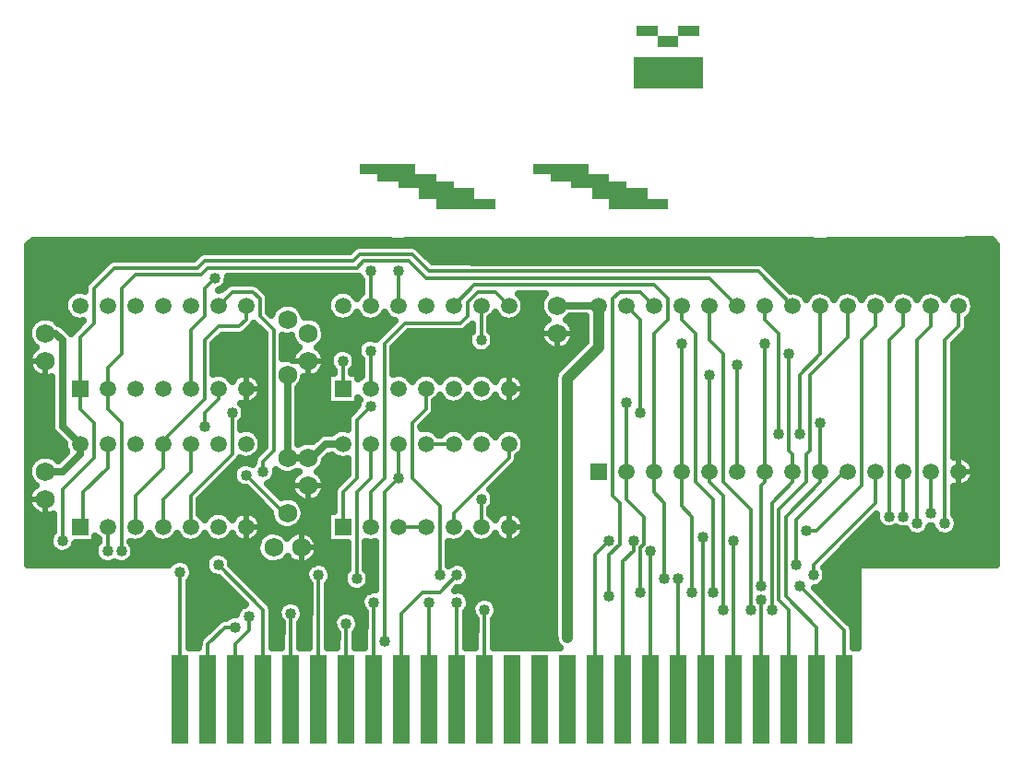
<source format=gbr>
G04 DipTrace 2.4.0.2*
%INTop.gbr*%
%MOIN*%
%ADD13C,0.012*%
%ADD14C,0.04*%
%ADD15C,0.025*%
%ADD16C,0.02*%
%ADD19C,0.068*%
%ADD20R,0.06X0.32*%
%ADD21R,0.0591X0.0591*%
%ADD22C,0.0591*%
%FSLAX44Y44*%
G04*
G70*
G90*
G75*
G01*
%LNTop*%
%LPD*%
X9654Y13387D2*
D13*
Y12512D1*
X34529Y12012D2*
Y13637D1*
X36279Y15387D1*
X36404D1*
X12279Y7137D2*
Y11762D1*
X35279Y7137D2*
Y9762D1*
X34154Y10887D1*
Y13762D1*
X35404Y15012D1*
Y15387D1*
Y17137D1*
X34404Y15387D2*
Y16012D1*
X34279Y16137D1*
Y19637D1*
X18154Y19387D2*
Y18387D1*
X13279Y7137D2*
Y9137D1*
X13904Y9762D1*
X14279D1*
X33654Y10387D2*
Y14262D1*
X34404Y15012D1*
Y15387D1*
X36279Y7137D2*
Y9637D1*
X34654Y11262D1*
X33279D2*
Y14887D1*
X33404Y15012D1*
Y15387D1*
Y20012D1*
X19154Y19762D2*
Y18387D1*
X32404Y15387D2*
Y19262D1*
X16279Y7137D2*
Y10262D1*
X21654Y11637D2*
Y14137D1*
X20654Y15137D1*
Y17137D1*
X21154Y17637D1*
Y18387D1*
X31404Y15387D2*
Y18887D1*
X23279Y7137D2*
Y10387D1*
X31904D2*
Y14512D1*
X31404Y15012D1*
Y15387D1*
X30404D2*
Y20012D1*
X23154Y20137D2*
Y21387D1*
X19279Y7137D2*
Y10637D1*
X30779Y11012D2*
Y13762D1*
X30404Y14137D1*
Y15387D1*
X29404D2*
Y20387D1*
X29904Y20887D1*
Y21637D1*
X29404Y22137D1*
X22904D1*
X22154Y21387D1*
X20279Y7137D2*
Y10262D1*
X21029Y11012D1*
X21654D1*
X22279Y11637D1*
X29779Y11512D2*
Y14262D1*
X29404Y14637D1*
Y15387D1*
X20154Y21387D2*
Y22637D1*
X22279Y7137D2*
Y10637D1*
X31529Y11012D2*
Y14387D1*
X30904Y15012D1*
Y20387D1*
X30404Y20887D1*
Y21371D1*
X19154Y21387D2*
Y22637D1*
X31404Y21371D2*
Y20137D1*
X31904Y19637D1*
Y15012D1*
X32904Y14012D1*
Y10387D1*
X18279Y9887D2*
Y7137D1*
X15279D2*
Y10387D1*
X13654Y12012D1*
X8029Y12887D2*
Y14762D1*
X9154Y15887D1*
Y17137D1*
X8654Y17637D1*
Y18387D1*
Y20262D1*
X9154Y20762D1*
Y22012D1*
X9904Y22762D1*
X12904D1*
X13154Y23012D1*
X18529D1*
X18779Y23262D1*
X20654D1*
X21279Y22637D1*
X33154D1*
X34404Y21387D1*
Y21371D1*
X9654Y18387D2*
Y17637D1*
X10154Y17137D1*
Y12512D1*
X17279Y11637D2*
Y7137D1*
X32404Y21371D2*
Y21387D1*
X31404Y22387D1*
X21154D1*
X20529Y23012D1*
X18904D1*
X18654Y22762D1*
X13279D1*
X13029Y22512D1*
X10654D1*
X10154Y22012D1*
Y19637D1*
X9654Y19137D1*
Y18387D1*
X21279Y7137D2*
Y10637D1*
X28904Y11012D2*
Y12637D1*
X29029Y12762D1*
Y13762D1*
X28404Y14387D1*
Y15387D1*
Y17887D1*
X14279Y7137D2*
Y9137D1*
X14779Y9637D1*
Y10137D1*
X27779Y10887D2*
Y12387D1*
X28154Y12762D1*
Y14262D1*
X27904Y14512D1*
Y21637D1*
X28154Y21887D1*
X28904D1*
X29404Y21387D1*
Y21371D1*
X12654Y18387D2*
Y20512D1*
X13154Y21012D1*
Y22012D1*
X13529Y22387D1*
X12654Y13387D2*
Y14512D1*
X14154Y16012D1*
Y17512D1*
X28904D2*
Y20871D1*
X28404Y21371D1*
X33279Y7137D2*
Y10762D1*
X35154Y11637D2*
Y12012D1*
X37404Y14262D1*
Y15387D1*
X32279Y7137D2*
Y12887D1*
X38404Y13762D2*
Y15387D1*
X31279Y7137D2*
X31154D1*
Y13012D1*
X39404Y13887D2*
Y15387D1*
X30279Y7137D2*
Y11512D1*
X39904Y13512D2*
Y20137D1*
X40404Y20637D1*
Y21371D1*
X29279Y7137D2*
Y12512D1*
X38904Y13512D2*
Y20137D1*
X39404Y20637D1*
Y21371D1*
X28279Y7137D2*
Y12137D1*
X28654Y12512D1*
Y12887D1*
X37904Y13762D2*
Y20137D1*
X38404Y20637D1*
Y21371D1*
X27279Y7137D2*
Y12387D1*
X27779Y12887D1*
X34904Y13262D2*
X35279D1*
X36904Y14887D1*
Y20137D1*
X37404Y20637D1*
Y21371D1*
X34279Y7137D2*
Y10387D1*
X33904Y10762D1*
Y14012D1*
X34904Y15012D1*
Y16012D1*
X35029Y16137D1*
Y18887D1*
X36404Y20262D1*
Y21371D1*
X9654Y16387D2*
Y15512D1*
X8779Y14637D1*
Y13512D1*
X8654Y13387D1*
X16154Y13887D2*
X16029D1*
X14654Y15262D1*
X12654Y16387D2*
Y15387D1*
X11654Y14387D1*
Y13387D1*
X26279Y9387D2*
D14*
Y18762D1*
X27404Y19887D1*
Y21371D1*
X25904Y21387D2*
D15*
X27388D1*
X27404Y21371D1*
X16154Y18887D2*
Y15887D1*
X16904D1*
X17029D1*
X17529Y16387D1*
X18154D1*
X7404Y20387D2*
X7779D1*
X8029Y20137D1*
Y17012D1*
X8654Y16387D1*
Y16012D1*
X8029Y15387D1*
X7404D1*
X13654Y18387D2*
D13*
Y18012D1*
X13154Y17512D1*
Y17012D1*
X21154Y16387D2*
X22154D1*
X18154Y13387D2*
Y14637D1*
X18654Y15137D1*
Y17262D1*
X19154Y17762D1*
Y13387D2*
Y14637D1*
X19654Y15137D1*
Y20012D1*
X20404Y20762D1*
X22404D1*
X22654Y21012D1*
Y21512D1*
X23029Y21887D1*
X23654D1*
X24154Y21387D1*
X20154Y13387D2*
X21154D1*
X22154D2*
Y13887D1*
X24154Y15887D1*
Y16387D1*
X23154Y13387D2*
Y14387D1*
X15279Y15387D2*
Y15762D1*
X15654Y16137D1*
Y20512D1*
X15154Y21012D1*
Y21637D1*
X14904Y21887D1*
X14154D1*
X13654Y21387D1*
X14654D2*
Y20887D1*
X14404Y20637D1*
X13654D1*
X13154Y20137D1*
Y18012D1*
X11654Y16512D1*
Y16387D1*
Y15512D1*
X10654Y14512D1*
Y13387D1*
X20154Y16387D2*
Y15137D1*
X34654Y16762D2*
Y18887D1*
X35404Y19637D1*
Y21371D1*
X19654Y9262D2*
Y14637D1*
X20154Y15137D1*
X19154Y16387D2*
Y15137D1*
X18654Y14637D1*
Y11512D1*
X33904Y16762D2*
Y20387D1*
X33404Y20887D1*
Y21371D1*
D14*
X9654Y12512D3*
X34529Y12012D3*
X12279Y11762D3*
X35404Y17137D3*
X34279Y19637D3*
X18154Y19387D3*
X14279Y9762D3*
X33654Y10387D3*
X34654Y11262D3*
X33279D3*
X33404Y20012D3*
X19154Y19762D3*
X32404Y19262D3*
X16279Y10262D3*
X21654Y11637D3*
X31404Y18887D3*
X23279Y10387D3*
X31904D3*
X30404Y20012D3*
X23154Y20137D3*
X19279Y10637D3*
X30779Y11012D3*
X22279Y11637D3*
X29779Y11512D3*
X20154Y22637D3*
X22279Y10637D3*
X31529Y11012D3*
X19154Y22637D3*
X32904Y10387D3*
X18279Y9887D3*
X13654Y12012D3*
X8029Y12887D3*
X10154Y12512D3*
X17279Y11637D3*
X21279Y10637D3*
X28904Y11012D3*
X28404Y17887D3*
X14779Y10137D3*
X27779Y10887D3*
X13529Y22387D3*
X14154Y17512D3*
X28904D3*
X33279Y10762D3*
X35154Y11637D3*
X32279Y12887D3*
X38404Y13762D3*
X31154Y13012D3*
X39404Y13887D3*
X30279Y11512D3*
X39904Y13512D3*
X29279Y12512D3*
X38904Y13512D3*
X28654Y12887D3*
X37904Y13762D3*
X27779Y12887D3*
X34904Y13262D3*
X14654Y15262D3*
X26279Y9387D3*
X13154Y17012D3*
X19154Y17762D3*
X23154Y14387D3*
X15279Y15387D3*
X20154Y15137D3*
X34654Y16762D3*
X19654Y9262D3*
X18654Y11512D3*
X33904Y16762D3*
X25404Y15387D3*
X7404Y22262D3*
X25404Y13387D3*
X35904Y10887D3*
X20904Y20387D3*
X13904Y19887D3*
X38904Y12387D3*
X36904D3*
X17904Y20387D3*
X7404Y17387D3*
X13404Y14387D3*
X40904Y12387D3*
X40404Y22887D3*
X6804Y23513D2*
D15*
X18548D1*
X20884D2*
X41756D1*
X6804Y23265D2*
X12923D1*
X21134D2*
X41756D1*
X6804Y23016D2*
X9677D1*
X21384D2*
X41756D1*
X6804Y22767D2*
X9423D1*
X33509D2*
X41756D1*
X6804Y22519D2*
X9177D1*
X33755D2*
X41756D1*
X6804Y22270D2*
X8927D1*
X14005D2*
X18802D1*
X34005D2*
X41756D1*
X6804Y22021D2*
X8802D1*
X15255D2*
X18802D1*
X34255D2*
X41756D1*
X6804Y21773D2*
X8220D1*
X15473D2*
X17720D1*
X18587D2*
X18723D1*
X24587D2*
X25412D1*
X34821D2*
X34985D1*
X35821D2*
X35985D1*
X36821D2*
X36985D1*
X37821D2*
X37985D1*
X38821D2*
X38985D1*
X39821D2*
X39985D1*
X40821D2*
X41756D1*
X6804Y21524D2*
X8084D1*
X15505D2*
X17584D1*
X24723D2*
X25291D1*
X40966D2*
X41756D1*
X6804Y21275D2*
X8080D1*
X15505D2*
X15666D1*
X16641D2*
X17580D1*
X24727D2*
X25287D1*
X40981D2*
X41756D1*
X6804Y21026D2*
X8201D1*
X16766D2*
X17701D1*
X24606D2*
X25392D1*
X40868D2*
X41756D1*
X7891Y20778D2*
X8685D1*
X17391D2*
X19935D1*
X23505D2*
X25416D1*
X26391D2*
X26916D1*
X40755D2*
X41756D1*
X8212Y20529D2*
X8435D1*
X14778D2*
X15154D1*
X17516D2*
X19685D1*
X22653D2*
X22802D1*
X23505D2*
X25291D1*
X26516D2*
X26916D1*
X40735D2*
X41756D1*
X13782Y20280D2*
X15302D1*
X16005D2*
X16283D1*
X17524D2*
X19439D1*
X20407D2*
X22685D1*
X23622D2*
X25283D1*
X26524D2*
X26916D1*
X40532D2*
X41756D1*
X13532Y20032D2*
X15302D1*
X16005D2*
X16388D1*
X17419D2*
X18752D1*
X20157D2*
X22677D1*
X23630D2*
X25388D1*
X26419D2*
X26865D1*
X40282D2*
X41756D1*
X13505Y19783D2*
X15302D1*
X16005D2*
X16420D1*
X17384D2*
X17884D1*
X18423D2*
X18666D1*
X20005D2*
X22826D1*
X23481D2*
X25845D1*
X25962D2*
X26619D1*
X40255D2*
X41756D1*
X13505Y19534D2*
X15302D1*
X16005D2*
X16291D1*
X17513D2*
X17689D1*
X20005D2*
X26369D1*
X40255D2*
X41756D1*
X13505Y19286D2*
X15302D1*
X17524D2*
X17673D1*
X18634D2*
X18802D1*
X20005D2*
X26119D1*
X40255D2*
X41756D1*
X13505Y19037D2*
X15302D1*
X17423D2*
X17802D1*
X18505D2*
X18802D1*
X20005D2*
X25881D1*
X40255D2*
X41756D1*
X6804Y18788D2*
X7291D1*
X14071D2*
X14235D1*
X15071D2*
X15302D1*
X17011D2*
X17568D1*
X20571D2*
X20735D1*
X21571D2*
X21735D1*
X22571D2*
X22735D1*
X23571D2*
X23735D1*
X24571D2*
X25791D1*
X40255D2*
X41756D1*
X6804Y18540D2*
X7615D1*
X16673D2*
X17568D1*
X24716D2*
X25791D1*
X40255D2*
X41756D1*
X6804Y18291D2*
X7615D1*
X16567D2*
X17568D1*
X24731D2*
X25791D1*
X40255D2*
X41756D1*
X6804Y18042D2*
X7615D1*
X15118D2*
X15302D1*
X16567D2*
X17568D1*
X24618D2*
X25791D1*
X40255D2*
X41756D1*
X6804Y17794D2*
X7615D1*
X14548D2*
X15302D1*
X16567D2*
X18666D1*
X21505D2*
X25791D1*
X40255D2*
X41756D1*
X6804Y17545D2*
X7615D1*
X14641D2*
X15302D1*
X16567D2*
X18451D1*
X21489D2*
X25791D1*
X40255D2*
X41756D1*
X6804Y17296D2*
X7615D1*
X14591D2*
X15302D1*
X16567D2*
X18306D1*
X21298D2*
X25791D1*
X40255D2*
X41756D1*
X6804Y17047D2*
X7615D1*
X14505D2*
X15302D1*
X16567D2*
X18302D1*
X21048D2*
X25791D1*
X40255D2*
X41756D1*
X6804Y16799D2*
X7677D1*
X15059D2*
X15302D1*
X16567D2*
X17748D1*
X21559D2*
X21750D1*
X22559D2*
X22750D1*
X23559D2*
X23750D1*
X24559D2*
X25791D1*
X40255D2*
X41756D1*
X6804Y16550D2*
X7916D1*
X16567D2*
X17115D1*
X24716D2*
X25791D1*
X40255D2*
X41756D1*
X6804Y16301D2*
X8076D1*
X24731D2*
X25791D1*
X40255D2*
X41756D1*
X6804Y16053D2*
X8119D1*
X24630D2*
X25791D1*
X40255D2*
X41756D1*
X6804Y15804D2*
X6939D1*
X14427D2*
X14931D1*
X17528D2*
X18302D1*
X24493D2*
X25791D1*
X40802D2*
X41756D1*
X17434Y15555D2*
X18302D1*
X24306D2*
X25791D1*
X40962D2*
X41756D1*
X13934Y15307D2*
X14166D1*
X15763D2*
X15959D1*
X17364D2*
X18302D1*
X24059D2*
X25791D1*
X40981D2*
X41756D1*
X13684Y15058D2*
X14213D1*
X15634D2*
X16298D1*
X17509D2*
X18091D1*
X23809D2*
X25791D1*
X40884D2*
X41756D1*
X6804Y14809D2*
X6943D1*
X13434D2*
X14525D1*
X15591D2*
X16279D1*
X17528D2*
X17853D1*
X23559D2*
X25791D1*
X40255D2*
X41756D1*
X13188Y14561D2*
X14869D1*
X15841D2*
X16369D1*
X17438D2*
X17802D1*
X23610D2*
X25791D1*
X40255D2*
X41756D1*
X13005Y14312D2*
X15119D1*
X17114D2*
X17802D1*
X23638D2*
X25791D1*
X40255D2*
X41756D1*
X13005Y14063D2*
X15369D1*
X16759D2*
X17802D1*
X23513D2*
X25791D1*
X40255D2*
X41756D1*
X6804Y13815D2*
X7181D1*
X13040D2*
X13267D1*
X14040D2*
X14267D1*
X15040D2*
X15529D1*
X16778D2*
X17568D1*
X23540D2*
X23767D1*
X24540D2*
X25791D1*
X40282D2*
X41756D1*
X6804Y13566D2*
X7677D1*
X15208D2*
X15615D1*
X16692D2*
X17568D1*
X24708D2*
X25791D1*
X37192D2*
X37459D1*
X40391D2*
X41756D1*
X6804Y13317D2*
X7677D1*
X15235D2*
X15927D1*
X16380D2*
X17568D1*
X24735D2*
X25791D1*
X36942D2*
X37744D1*
X38063D2*
X38242D1*
X40352D2*
X41756D1*
X6804Y13068D2*
X7576D1*
X17102D2*
X17568D1*
X24638D2*
X25791D1*
X36696D2*
X38740D1*
X39067D2*
X39740D1*
X40067D2*
X41756D1*
X6804Y12820D2*
X7545D1*
X8513D2*
X9279D1*
X10528D2*
X15052D1*
X17255D2*
X18302D1*
X19005D2*
X19302D1*
X22005D2*
X25791D1*
X36446D2*
X41756D1*
X6804Y12571D2*
X7662D1*
X8395D2*
X9166D1*
X10641D2*
X15029D1*
X17278D2*
X18302D1*
X19005D2*
X19302D1*
X22005D2*
X25791D1*
X36196D2*
X41756D1*
X6804Y12322D2*
X9205D1*
X10602D2*
X13283D1*
X14024D2*
X15111D1*
X17196D2*
X18302D1*
X19005D2*
X19302D1*
X22005D2*
X25791D1*
X35950D2*
X41756D1*
X6804Y12074D2*
X9474D1*
X9833D2*
X9973D1*
X10333D2*
X11908D1*
X12649D2*
X13170D1*
X14138D2*
X15412D1*
X15895D2*
X16408D1*
X16899D2*
X17095D1*
X17462D2*
X18302D1*
X19005D2*
X19302D1*
X22462D2*
X25791D1*
X35700D2*
X41756D1*
X12763Y11825D2*
X13205D1*
X14325D2*
X16830D1*
X17727D2*
X18287D1*
X19020D2*
X19302D1*
X22727D2*
X25791D1*
X35602D2*
X36756D1*
X12731Y11576D2*
X13466D1*
X14575D2*
X16795D1*
X17763D2*
X18170D1*
X19138D2*
X19302D1*
X22763D2*
X25791D1*
X35638D2*
X36756D1*
X12630Y11328D2*
X13853D1*
X14821D2*
X16908D1*
X17649D2*
X18201D1*
X19106D2*
X19302D1*
X22649D2*
X25791D1*
X35524D2*
X36756D1*
X12630Y11079D2*
X14103D1*
X15071D2*
X16927D1*
X17630D2*
X18459D1*
X18848D2*
X19111D1*
X22446D2*
X25791D1*
X35321D2*
X36756D1*
X12630Y10830D2*
X14349D1*
X15321D2*
X16927D1*
X17630D2*
X18830D1*
X22727D2*
X23115D1*
X23442D2*
X25791D1*
X35571D2*
X36756D1*
X12630Y10582D2*
X14599D1*
X15563D2*
X15916D1*
X16641D2*
X16927D1*
X17630D2*
X18791D1*
X23727D2*
X25791D1*
X35817D2*
X36756D1*
X12630Y10333D2*
X14334D1*
X15630D2*
X15795D1*
X16763D2*
X16927D1*
X17630D2*
X18123D1*
X18434D2*
X18904D1*
X22653D2*
X22791D1*
X23766D2*
X25791D1*
X36067D2*
X36756D1*
X12630Y10084D2*
X13838D1*
X15630D2*
X15826D1*
X16731D2*
X16927D1*
X17630D2*
X17834D1*
X18723D2*
X18927D1*
X22630D2*
X22900D1*
X23657D2*
X25791D1*
X36317D2*
X36756D1*
X12630Y9836D2*
X13494D1*
X15630D2*
X15927D1*
X16630D2*
X16927D1*
X17630D2*
X17791D1*
X18766D2*
X18927D1*
X22630D2*
X22927D1*
X23630D2*
X25791D1*
X36559D2*
X36756D1*
X12630Y9587D2*
X13244D1*
X15630D2*
X15927D1*
X16630D2*
X16927D1*
X17630D2*
X17900D1*
X18657D2*
X18927D1*
X22630D2*
X22927D1*
X23630D2*
X25791D1*
X36630D2*
X36756D1*
X12630Y9338D2*
X12998D1*
X15630D2*
X15927D1*
X16630D2*
X16927D1*
X17630D2*
X17927D1*
X18630D2*
X18927D1*
X22630D2*
X22927D1*
X23630D2*
X25791D1*
X36630D2*
X36756D1*
X12630Y9089D2*
X12927D1*
X15630D2*
X15927D1*
X16630D2*
X16927D1*
X17630D2*
X17927D1*
X18630D2*
X18927D1*
X22630D2*
X22927D1*
X23630D2*
X25896D1*
X36630D2*
X36756D1*
X26508Y20362D2*
X26490Y20239D1*
X26447Y20121D1*
X26381Y20016D1*
X26295Y19925D1*
X26192Y19855D1*
X26076Y19807D1*
X25954Y19784D1*
X25829Y19787D1*
X25707Y19815D1*
X25594Y19867D1*
X25494Y19942D1*
X25411Y20035D1*
X25350Y20144D1*
X25312Y20262D1*
X25299Y20387D1*
X25311Y20511D1*
X25349Y20630D1*
X25411Y20738D1*
X25493Y20832D1*
X25564Y20887D1*
X25514Y20925D1*
X25427Y21015D1*
X25361Y21121D1*
X25318Y21238D1*
X25300Y21362D1*
X25308Y21486D1*
X25341Y21606D1*
X25398Y21717D1*
X25474Y21811D1*
X24517Y21812D1*
X24580Y21750D1*
X24650Y21647D1*
X24695Y21530D1*
X24714Y21387D1*
X24700Y21263D1*
X24659Y21145D1*
X24593Y21039D1*
X24505Y20951D1*
X24400Y20884D1*
X24282Y20842D1*
X24159Y20827D1*
X24034Y20840D1*
X23916Y20880D1*
X23810Y20945D1*
X23720Y21032D1*
X23655Y21133D1*
X23593Y21039D1*
X23475Y20932D1*
X23478Y20469D1*
X23527Y20414D1*
X23587Y20304D1*
X23618Y20137D1*
X23602Y20014D1*
X23553Y19899D1*
X23475Y19801D1*
X23375Y19728D1*
X23258Y19684D1*
X23134Y19673D1*
X23011Y19694D1*
X22899Y19748D1*
X22805Y19830D1*
X22736Y19934D1*
X22696Y20052D1*
X22690Y20176D1*
X22717Y20298D1*
X22776Y20408D1*
X22827Y20462D1*
X22829Y20727D1*
X22633Y20532D1*
X22530Y20463D1*
X22404Y20437D1*
X20540D1*
X19979Y19878D1*
X19978Y18922D1*
X20139Y18947D1*
X20263Y18936D1*
X20382Y18899D1*
X20489Y18835D1*
X20580Y18750D1*
X20654Y18636D1*
X20708Y18727D1*
X20794Y18817D1*
X20898Y18886D1*
X21015Y18930D1*
X21139Y18947D1*
X21263Y18936D1*
X21382Y18899D1*
X21489Y18835D1*
X21580Y18750D1*
X21654Y18636D1*
X21708Y18727D1*
X21794Y18817D1*
X21898Y18886D1*
X22015Y18930D1*
X22139Y18947D1*
X22263Y18936D1*
X22382Y18899D1*
X22489Y18835D1*
X22580Y18750D1*
X22654Y18636D1*
X22708Y18727D1*
X22794Y18817D1*
X22898Y18886D1*
X23015Y18930D1*
X23139Y18947D1*
X23263Y18936D1*
X23382Y18899D1*
X23489Y18835D1*
X23580Y18750D1*
X23654Y18636D1*
X23693Y18707D1*
X23776Y18800D1*
X23876Y18874D1*
X23991Y18923D1*
X24114Y18946D1*
X24238Y18941D1*
X24359Y18908D1*
X24469Y18850D1*
X24564Y18769D1*
X24638Y18668D1*
X24688Y18554D1*
X24712Y18432D1*
X24709Y18312D1*
X24678Y18191D1*
X24622Y18080D1*
X24543Y17984D1*
X24444Y17908D1*
X24330Y17855D1*
X24208Y17830D1*
X24084Y17831D1*
X23962Y17860D1*
X23851Y17916D1*
X23754Y17994D1*
X23677Y18093D1*
X23654Y18134D1*
X23593Y18039D1*
X23505Y17951D1*
X23400Y17884D1*
X23282Y17842D1*
X23159Y17827D1*
X23034Y17840D1*
X22916Y17880D1*
X22810Y17945D1*
X22720Y18032D1*
X22655Y18133D1*
X22593Y18039D1*
X22505Y17951D1*
X22400Y17884D1*
X22282Y17842D1*
X22159Y17827D1*
X22034Y17840D1*
X21916Y17880D1*
X21810Y17945D1*
X21720Y18032D1*
X21655Y18133D1*
X21593Y18039D1*
X21475Y17932D1*
X21478Y17637D1*
X21455Y17515D1*
X21383Y17407D1*
X20977Y17001D1*
X21015Y16930D1*
X21139Y16947D1*
X21263Y16936D1*
X21382Y16899D1*
X21489Y16835D1*
X21580Y16750D1*
X21604Y16714D1*
X21697Y16712D1*
X21794Y16817D1*
X21898Y16886D1*
X22015Y16930D1*
X22139Y16947D1*
X22263Y16936D1*
X22382Y16899D1*
X22489Y16835D1*
X22580Y16750D1*
X22654Y16636D1*
X22708Y16727D1*
X22794Y16817D1*
X22898Y16886D1*
X23015Y16930D1*
X23139Y16947D1*
X23263Y16936D1*
X23382Y16899D1*
X23489Y16835D1*
X23580Y16750D1*
X23654Y16636D1*
X23708Y16727D1*
X23794Y16817D1*
X23898Y16886D1*
X24015Y16930D1*
X24139Y16947D1*
X24263Y16936D1*
X24382Y16899D1*
X24489Y16835D1*
X24580Y16750D1*
X24650Y16647D1*
X24695Y16530D1*
X24714Y16387D1*
X24700Y16263D1*
X24659Y16145D1*
X24593Y16039D1*
X24475Y15932D1*
X24478Y15887D1*
X24455Y15765D1*
X24383Y15657D1*
X23464Y14737D1*
X23527Y14664D1*
X23587Y14554D1*
X23618Y14387D1*
X23602Y14264D1*
X23553Y14149D1*
X23478Y14054D1*
Y13844D1*
X23580Y13750D1*
X23654Y13636D1*
X23693Y13707D1*
X23776Y13800D1*
X23876Y13874D1*
X23991Y13923D1*
X24114Y13946D1*
X24238Y13941D1*
X24359Y13908D1*
X24469Y13850D1*
X24564Y13769D1*
X24638Y13668D1*
X24688Y13554D1*
X24712Y13432D1*
X24709Y13312D1*
X24678Y13191D1*
X24622Y13080D1*
X24543Y12984D1*
X24444Y12908D1*
X24330Y12855D1*
X24208Y12830D1*
X24084Y12831D1*
X23962Y12860D1*
X23851Y12916D1*
X23754Y12994D1*
X23677Y13093D1*
X23654Y13134D1*
X23593Y13039D1*
X23505Y12951D1*
X23400Y12884D1*
X23282Y12842D1*
X23159Y12827D1*
X23034Y12840D1*
X22916Y12880D1*
X22810Y12945D1*
X22720Y13032D1*
X22655Y13133D1*
X22593Y13039D1*
X22505Y12951D1*
X22400Y12884D1*
X22282Y12842D1*
X22159Y12827D1*
X22034Y12840D1*
X21979Y12858D1*
X21978Y11992D1*
X22093Y12063D1*
X22213Y12097D1*
X22337Y12098D1*
X22458Y12066D1*
X22565Y12003D1*
X22652Y11914D1*
X22712Y11804D1*
X22743Y11637D1*
X22727Y11514D1*
X22678Y11399D1*
X22600Y11301D1*
X22500Y11228D1*
X22383Y11184D1*
X22278Y11174D1*
X22196Y11095D1*
X22337Y11098D1*
X22458Y11066D1*
X22565Y11003D1*
X22652Y10914D1*
X22712Y10804D1*
X22743Y10637D1*
X22727Y10514D1*
X22678Y10399D1*
X22603Y10304D1*
Y9000D1*
X22843Y8998D1*
X22952Y9002D1*
X22954Y10055D1*
X22861Y10184D1*
X22821Y10302D1*
X22815Y10426D1*
X22842Y10548D1*
X22901Y10658D1*
X22986Y10749D1*
X23093Y10813D1*
X23213Y10847D1*
X23337Y10848D1*
X23458Y10816D1*
X23565Y10753D1*
X23652Y10664D1*
X23712Y10554D1*
X23743Y10387D1*
X23727Y10264D1*
X23678Y10149D1*
X23603Y10054D1*
Y9000D1*
X23843Y8998D1*
X24089Y9002D1*
X24843Y8998D1*
X25089Y9002D1*
X25843Y8998D1*
X26014Y9002D1*
X25930Y9080D1*
X25861Y9184D1*
X25821Y9302D1*
X25814Y9512D1*
Y18762D1*
X25830Y18886D1*
X25879Y19000D1*
X25950Y19091D1*
X26941Y20082D1*
X26939Y21000D1*
X26368Y20997D1*
X26314Y20942D1*
X26242Y20888D1*
X26331Y20815D1*
X26409Y20719D1*
X26467Y20608D1*
X26500Y20488D1*
X26508Y20362D1*
X17258Y12612D2*
X17240Y12489D1*
X17197Y12371D1*
X17131Y12266D1*
X17045Y12175D1*
X16942Y12105D1*
X16826Y12057D1*
X16704Y12034D1*
X16579Y12037D1*
X16457Y12065D1*
X16344Y12117D1*
X16244Y12192D1*
X16161Y12285D1*
X16153Y12297D1*
X16063Y12193D1*
X15963Y12118D1*
X15850Y12066D1*
X15729Y12038D1*
X15604Y12035D1*
X15481Y12058D1*
X15366Y12106D1*
X15263Y12176D1*
X15176Y12266D1*
X15110Y12372D1*
X15067Y12489D1*
X15049Y12612D1*
X15057Y12737D1*
X15090Y12857D1*
X15147Y12968D1*
X15225Y13065D1*
X15322Y13144D1*
X15433Y13201D1*
X15553Y13234D1*
X15678Y13242D1*
X15801Y13224D1*
X15918Y13182D1*
X16024Y13116D1*
X16115Y13029D1*
X16152Y12975D1*
X16225Y13064D1*
X16322Y13143D1*
X16433Y13200D1*
X16553Y13234D1*
X16678Y13241D1*
X16801Y13224D1*
X16918Y13181D1*
X17024Y13115D1*
X17115Y13029D1*
X17185Y12926D1*
X17233Y12811D1*
X17256Y12688D1*
X17258Y12612D1*
X16568Y19888D2*
X16513Y19925D1*
X16426Y20015D1*
X16360Y20121D1*
X16317Y20238D1*
X16308Y20304D1*
X16229Y20287D1*
X16104Y20284D1*
X15978Y20309D1*
Y19469D1*
X16178Y19491D1*
X16305Y19472D1*
X16330Y19583D1*
X16383Y19696D1*
X16457Y19796D1*
X16551Y19879D1*
X16563Y19887D1*
X7068Y19888D2*
X7013Y19925D1*
X6926Y20015D1*
X6860Y20121D1*
X6817Y20238D1*
X6799Y20362D1*
X6807Y20486D1*
X6840Y20606D1*
X6897Y20717D1*
X6975Y20814D1*
X7072Y20893D1*
X7183Y20950D1*
X7303Y20984D1*
X7428Y20991D1*
X7551Y20974D1*
X7668Y20931D1*
X7774Y20865D1*
X7876Y20763D1*
X8012Y20699D1*
X7975Y20724D1*
X8054Y20663D1*
X8307Y20410D1*
X8352Y20384D1*
X8424Y20492D1*
X8769Y20837D1*
X8659Y20827D1*
X8534Y20840D1*
X8416Y20880D1*
X8310Y20945D1*
X8220Y21032D1*
X8153Y21136D1*
X8110Y21253D1*
X8093Y21377D1*
X8105Y21501D1*
X8144Y21620D1*
X8208Y21727D1*
X8294Y21817D1*
X8398Y21886D1*
X8515Y21930D1*
X8639Y21947D1*
X8763Y21936D1*
X8826Y21916D1*
X8829Y22012D1*
X8852Y22134D1*
X8924Y22242D1*
X9674Y22992D1*
X9777Y23061D1*
X9904Y23087D1*
X12767D1*
X12924Y23242D1*
X13027Y23311D1*
X13154Y23337D1*
X18392D1*
X18549Y23492D1*
X18652Y23561D1*
X18779Y23587D1*
X20654D1*
X20775Y23563D1*
X20883Y23492D1*
X21411Y22964D1*
X24154Y22962D1*
X33154D1*
X33275Y22938D1*
X33383Y22867D1*
X34325Y21925D1*
X34389Y21931D1*
X34513Y21921D1*
X34632Y21883D1*
X34739Y21820D1*
X34830Y21734D1*
X34904Y21620D1*
X34958Y21711D1*
X35044Y21801D1*
X35148Y21870D1*
X35265Y21914D1*
X35389Y21931D1*
X35513Y21921D1*
X35632Y21883D1*
X35739Y21820D1*
X35830Y21734D1*
X35904Y21620D1*
X35958Y21711D1*
X36044Y21801D1*
X36148Y21870D1*
X36265Y21914D1*
X36389Y21931D1*
X36513Y21921D1*
X36632Y21883D1*
X36739Y21820D1*
X36830Y21734D1*
X36904Y21620D1*
X36958Y21711D1*
X37044Y21801D1*
X37148Y21870D1*
X37265Y21914D1*
X37389Y21931D1*
X37513Y21921D1*
X37632Y21883D1*
X37739Y21820D1*
X37830Y21734D1*
X37904Y21620D1*
X37958Y21711D1*
X38044Y21801D1*
X38148Y21870D1*
X38265Y21914D1*
X38389Y21931D1*
X38513Y21921D1*
X38632Y21883D1*
X38739Y21820D1*
X38830Y21734D1*
X38904Y21620D1*
X38958Y21711D1*
X39044Y21801D1*
X39148Y21870D1*
X39265Y21914D1*
X39389Y21931D1*
X39513Y21921D1*
X39632Y21883D1*
X39739Y21820D1*
X39830Y21734D1*
X39904Y21620D1*
X39958Y21711D1*
X40044Y21801D1*
X40148Y21870D1*
X40265Y21914D1*
X40389Y21931D1*
X40513Y21921D1*
X40632Y21883D1*
X40739Y21820D1*
X40830Y21734D1*
X40900Y21631D1*
X40945Y21514D1*
X40964Y21371D1*
X40950Y21247D1*
X40909Y21129D1*
X40843Y21024D1*
X40725Y20916D1*
X40728Y20637D1*
X40705Y20515D1*
X40633Y20407D1*
X40227Y20001D1*
X40228Y15922D1*
X40364Y15946D1*
X40488Y15941D1*
X40609Y15908D1*
X40719Y15850D1*
X40814Y15769D1*
X40888Y15668D1*
X40938Y15554D1*
X40962Y15432D1*
X40959Y15312D1*
X40928Y15191D1*
X40872Y15080D1*
X40793Y14984D1*
X40694Y14908D1*
X40580Y14855D1*
X40458Y14830D1*
X40334Y14831D1*
X40228Y14855D1*
Y13844D1*
X40277Y13789D1*
X40337Y13679D1*
X40368Y13512D1*
X40352Y13389D1*
X40303Y13274D1*
X40225Y13176D1*
X40125Y13103D1*
X40008Y13059D1*
X39884Y13048D1*
X39761Y13069D1*
X39649Y13123D1*
X39555Y13205D1*
X39486Y13309D1*
X39448Y13423D1*
X39357Y13427D1*
X39352Y13389D1*
X39303Y13274D1*
X39225Y13176D1*
X39125Y13103D1*
X39008Y13059D1*
X38884Y13048D1*
X38761Y13069D1*
X38649Y13123D1*
X38555Y13205D1*
X38488Y13305D1*
X38384Y13298D1*
X38261Y13319D1*
X38152Y13371D1*
X38008Y13309D1*
X37884Y13298D1*
X37761Y13319D1*
X37649Y13373D1*
X37555Y13455D1*
X37486Y13559D1*
X37446Y13677D1*
X37440Y13801D1*
X37451Y13851D1*
X35520Y11919D1*
X35587Y11804D1*
X35618Y11637D1*
X35602Y11514D1*
X35553Y11399D1*
X35475Y11301D1*
X35375Y11228D1*
X35258Y11184D1*
X35200Y11179D1*
X36386Y9989D1*
X36508Y9867D1*
X36578Y9764D1*
X36603Y9637D1*
Y9000D1*
X36780Y9002D1*
X36779Y11887D1*
X36840Y11992D1*
X36904Y12012D1*
X41779D1*
Y23586D1*
X41599Y23764D1*
X39654Y23762D1*
X35697D1*
X35609Y23728D1*
X35487Y23702D1*
X35362Y23698D1*
X35239Y23717D1*
X35111Y23763D1*
X22279Y23762D1*
X20447D1*
X20359Y23728D1*
X20237Y23702D1*
X20112Y23698D1*
X19989Y23717D1*
X19861Y23763D1*
X6954Y23762D1*
X6776Y23583D1*
X6779Y21637D1*
Y12012D1*
X11884D1*
X11986Y12124D1*
X12093Y12188D1*
X12213Y12222D1*
X12337Y12223D1*
X12458Y12191D1*
X12565Y12128D1*
X12652Y12039D1*
X12712Y11929D1*
X12743Y11762D1*
X12727Y11639D1*
X12678Y11524D1*
X12603Y11429D1*
Y9000D1*
X12843Y8998D1*
X12952Y9002D1*
X12954Y9137D1*
X12977Y9259D1*
X13049Y9367D1*
X13674Y9992D1*
X13777Y10061D1*
X13904Y10087D1*
X13947D1*
X13986Y10124D1*
X14093Y10188D1*
X14213Y10222D1*
X14318Y10223D1*
X14342Y10298D1*
X14401Y10408D1*
X14486Y10499D1*
X14593Y10563D1*
X14634Y10575D1*
X13659Y11547D1*
X13511Y11569D1*
X13399Y11623D1*
X13305Y11705D1*
X13236Y11809D1*
X13196Y11927D1*
X13190Y12051D1*
X13217Y12173D1*
X13276Y12283D1*
X13361Y12374D1*
X13468Y12438D1*
X13588Y12472D1*
X13712Y12473D1*
X13833Y12441D1*
X13940Y12378D1*
X14027Y12289D1*
X14087Y12179D1*
X14118Y12012D1*
X14237Y11888D1*
X15508Y10617D1*
X15578Y10514D1*
X15603Y10387D1*
Y9000D1*
X15843Y8998D1*
X15952Y9002D1*
X15954Y9930D1*
X15861Y10059D1*
X15821Y10177D1*
X15815Y10301D1*
X15842Y10423D1*
X15901Y10533D1*
X15986Y10624D1*
X16093Y10688D1*
X16213Y10722D1*
X16337Y10723D1*
X16458Y10691D1*
X16565Y10628D1*
X16652Y10539D1*
X16712Y10429D1*
X16743Y10262D1*
X16727Y10139D1*
X16678Y10024D1*
X16603Y9929D1*
Y9000D1*
X16843Y8998D1*
X16952Y9002D1*
X16954Y11305D1*
X16861Y11434D1*
X16821Y11552D1*
X16815Y11676D1*
X16842Y11798D1*
X16901Y11908D1*
X16986Y11999D1*
X17093Y12063D1*
X17213Y12097D1*
X17337Y12098D1*
X17458Y12066D1*
X17565Y12003D1*
X17652Y11914D1*
X17712Y11804D1*
X17743Y11637D1*
X17727Y11514D1*
X17678Y11399D1*
X17603Y11304D1*
Y9000D1*
X17843Y8998D1*
X17952Y9002D1*
X17954Y9555D1*
X17861Y9684D1*
X17821Y9802D1*
X17815Y9926D1*
X17842Y10048D1*
X17901Y10158D1*
X17986Y10249D1*
X18093Y10313D1*
X18213Y10347D1*
X18337Y10348D1*
X18458Y10316D1*
X18565Y10253D1*
X18652Y10164D1*
X18712Y10054D1*
X18743Y9887D1*
X18727Y9764D1*
X18678Y9649D1*
X18603Y9554D1*
Y9000D1*
X18843Y8998D1*
X18952Y9002D1*
X18954Y10305D1*
X18861Y10434D1*
X18821Y10552D1*
X18815Y10676D1*
X18842Y10798D1*
X18901Y10908D1*
X18986Y10999D1*
X19093Y11063D1*
X19213Y11097D1*
X19326Y11098D1*
X19329Y12012D1*
Y12852D1*
X19159Y12827D1*
X19034Y12840D1*
X18979Y12858D1*
X18978Y11844D1*
X19027Y11789D1*
X19087Y11679D1*
X19118Y11512D1*
X19102Y11389D1*
X19053Y11274D1*
X18975Y11176D1*
X18875Y11103D1*
X18758Y11059D1*
X18634Y11048D1*
X18511Y11069D1*
X18399Y11123D1*
X18305Y11205D1*
X18236Y11309D1*
X18196Y11427D1*
X18190Y11551D1*
X18217Y11673D1*
X18276Y11783D1*
X18327Y11837D1*
X18329Y12828D1*
X17593Y12827D1*
Y13947D1*
X17832D1*
X17829Y14637D1*
X17852Y14759D1*
X17924Y14867D1*
X18330Y15273D1*
X18329Y15852D1*
X18159Y15827D1*
X18034Y15840D1*
X17916Y15880D1*
X17810Y15945D1*
X17757Y15996D1*
X17627Y15935D1*
X17503Y15810D1*
X17458Y15644D1*
X17396Y15536D1*
X17313Y15442D1*
X17241Y15388D1*
X17330Y15315D1*
X17409Y15219D1*
X17466Y15108D1*
X17499Y14988D1*
X17507Y14862D1*
X17489Y14739D1*
X17446Y14621D1*
X17380Y14516D1*
X17294Y14425D1*
X17191Y14355D1*
X17076Y14307D1*
X16953Y14284D1*
X16828Y14287D1*
X16707Y14315D1*
X16593Y14367D1*
X16493Y14442D1*
X16411Y14535D1*
X16349Y14644D1*
X16311Y14762D1*
X16298Y14887D1*
X16311Y15011D1*
X16349Y15130D1*
X16410Y15238D1*
X16493Y15332D1*
X16563Y15387D1*
X16463Y15367D1*
X16350Y15315D1*
X16229Y15287D1*
X16104Y15284D1*
X15981Y15307D1*
X15866Y15355D1*
X15739Y15450D1*
X15743Y15387D1*
X15727Y15264D1*
X15678Y15149D1*
X15600Y15051D1*
X15500Y14978D1*
X15423Y14949D1*
X15925Y14450D1*
X16053Y14484D1*
X16178Y14491D1*
X16301Y14474D1*
X16418Y14431D1*
X16524Y14365D1*
X16615Y14279D1*
X16685Y14176D1*
X16733Y14061D1*
X16758Y13887D1*
X16746Y13763D1*
X16708Y13644D1*
X16646Y13536D1*
X16563Y13442D1*
X16463Y13367D1*
X16350Y13315D1*
X16229Y13287D1*
X16104Y13284D1*
X15981Y13307D1*
X15866Y13355D1*
X15763Y13425D1*
X15676Y13515D1*
X15610Y13621D1*
X15567Y13738D1*
X15549Y13862D1*
X15552Y13904D1*
X14658Y14798D1*
X14511Y14819D1*
X14399Y14873D1*
X14305Y14955D1*
X14236Y15059D1*
X14196Y15177D1*
X14190Y15301D1*
X14217Y15423D1*
X14276Y15533D1*
X14361Y15624D1*
X14468Y15688D1*
X14588Y15722D1*
X14712Y15723D1*
X14833Y15691D1*
X14901Y15658D1*
X14952Y15712D1*
X14977Y15884D1*
X14974Y15873D1*
X14900Y15884D1*
X14782Y15842D1*
X14659Y15827D1*
X14534Y15840D1*
X14442Y15871D1*
X14383Y15782D1*
X12977Y14376D1*
X12978Y13844D1*
X13080Y13750D1*
X13154Y13636D1*
X13208Y13727D1*
X13294Y13817D1*
X13398Y13886D1*
X13515Y13930D1*
X13639Y13947D1*
X13763Y13936D1*
X13882Y13899D1*
X13989Y13835D1*
X14080Y13750D1*
X14154Y13636D1*
X14193Y13707D1*
X14276Y13800D1*
X14376Y13874D1*
X14491Y13923D1*
X14614Y13946D1*
X14738Y13941D1*
X14859Y13908D1*
X14969Y13850D1*
X15064Y13769D1*
X15138Y13668D1*
X15188Y13554D1*
X15212Y13432D1*
X15209Y13312D1*
X15178Y13191D1*
X15122Y13080D1*
X15043Y12984D1*
X14944Y12908D1*
X14830Y12855D1*
X14708Y12830D1*
X14584Y12831D1*
X14462Y12860D1*
X14351Y12916D1*
X14254Y12994D1*
X14177Y13093D1*
X14154Y13134D1*
X14093Y13039D1*
X14005Y12951D1*
X13900Y12884D1*
X13782Y12842D1*
X13659Y12827D1*
X13534Y12840D1*
X13416Y12880D1*
X13310Y12945D1*
X13220Y13032D1*
X13155Y13133D1*
X13093Y13039D1*
X13005Y12951D1*
X12900Y12884D1*
X12782Y12842D1*
X12659Y12827D1*
X12534Y12840D1*
X12416Y12880D1*
X12310Y12945D1*
X12220Y13032D1*
X12155Y13133D1*
X12093Y13039D1*
X12005Y12951D1*
X11900Y12884D1*
X11782Y12842D1*
X11659Y12827D1*
X11534Y12840D1*
X11416Y12880D1*
X11310Y12945D1*
X11220Y13032D1*
X11155Y13133D1*
X11093Y13039D1*
X11005Y12951D1*
X10900Y12884D1*
X10782Y12842D1*
X10659Y12827D1*
X10534Y12840D1*
X10479Y12858D1*
X10587Y12679D1*
X10618Y12512D1*
X10602Y12389D1*
X10553Y12274D1*
X10475Y12176D1*
X10375Y12103D1*
X10258Y12059D1*
X10134Y12048D1*
X10011Y12069D1*
X9902Y12121D1*
X9758Y12059D1*
X9634Y12048D1*
X9511Y12069D1*
X9399Y12123D1*
X9305Y12205D1*
X9236Y12309D1*
X9196Y12427D1*
X9190Y12551D1*
X9217Y12673D1*
X9276Y12783D1*
X9327Y12837D1*
X9329Y12930D1*
X9214Y13041D1*
Y12827D1*
X8491D1*
X8477Y12764D1*
X8428Y12649D1*
X8350Y12551D1*
X8250Y12478D1*
X8133Y12434D1*
X8009Y12423D1*
X7886Y12444D1*
X7774Y12498D1*
X7680Y12580D1*
X7611Y12684D1*
X7571Y12802D1*
X7565Y12926D1*
X7592Y13048D1*
X7651Y13158D1*
X7702Y13212D1*
X7704Y13860D1*
X7576Y13807D1*
X7453Y13784D1*
X7328Y13787D1*
X7207Y13815D1*
X7093Y13867D1*
X6993Y13942D1*
X6911Y14035D1*
X6849Y14144D1*
X6811Y14262D1*
X6798Y14387D1*
X6811Y14511D1*
X6849Y14630D1*
X6910Y14738D1*
X6993Y14832D1*
X7063Y14887D1*
X7013Y14925D1*
X6926Y15015D1*
X6860Y15121D1*
X6817Y15238D1*
X6799Y15362D1*
X6807Y15486D1*
X6840Y15606D1*
X6897Y15717D1*
X6975Y15814D1*
X7072Y15893D1*
X7183Y15950D1*
X7303Y15984D1*
X7428Y15991D1*
X7551Y15974D1*
X7668Y15931D1*
X7774Y15865D1*
X7867Y15775D1*
X8181Y16091D1*
X8153Y16136D1*
X8110Y16253D1*
X8095Y16397D1*
X7753Y16736D1*
X7680Y16837D1*
X7643Y16960D1*
X7639Y17012D1*
Y18828D1*
X7503Y18790D1*
X7378Y18783D1*
X7255Y18801D1*
X7137Y18843D1*
X7031Y18909D1*
X6941Y18996D1*
X6871Y19099D1*
X6823Y19214D1*
X6800Y19337D1*
X6802Y19461D1*
X6830Y19583D1*
X6883Y19696D1*
X6957Y19796D1*
X7051Y19879D1*
X7063Y19887D1*
X17718Y18947D2*
X17832D1*
X17829Y19055D1*
X17736Y19184D1*
X17696Y19302D1*
X17690Y19426D1*
X17717Y19548D1*
X17776Y19658D1*
X17861Y19749D1*
X17968Y19813D1*
X18088Y19847D1*
X18212Y19848D1*
X18333Y19816D1*
X18440Y19753D1*
X18527Y19664D1*
X18587Y19554D1*
X18618Y19387D1*
X18602Y19264D1*
X18553Y19149D1*
X18478Y19054D1*
Y18946D1*
X18714Y18947D1*
Y18732D1*
X18794Y18817D1*
X18830Y18841D1*
X18829Y19430D1*
X18736Y19559D1*
X18696Y19677D1*
X18690Y19801D1*
X18717Y19923D1*
X18776Y20033D1*
X18861Y20124D1*
X18968Y20188D1*
X19088Y20222D1*
X19212Y20223D1*
X19333Y20191D1*
X19370Y20169D1*
X19424Y20242D1*
X20023Y20841D1*
X19916Y20880D1*
X19810Y20945D1*
X19720Y21032D1*
X19655Y21133D1*
X19593Y21039D1*
X19505Y20951D1*
X19400Y20884D1*
X19282Y20842D1*
X19159Y20827D1*
X19034Y20840D1*
X18916Y20880D1*
X18810Y20945D1*
X18720Y21032D1*
X18655Y21133D1*
X18593Y21039D1*
X18505Y20951D1*
X18400Y20884D1*
X18282Y20842D1*
X18159Y20827D1*
X18034Y20840D1*
X17916Y20880D1*
X17810Y20945D1*
X17720Y21032D1*
X17653Y21136D1*
X17610Y21253D1*
X17593Y21377D1*
X17605Y21501D1*
X17644Y21620D1*
X17708Y21727D1*
X17794Y21817D1*
X17898Y21886D1*
X18015Y21930D1*
X18139Y21947D1*
X18263Y21936D1*
X18382Y21899D1*
X18489Y21835D1*
X18580Y21750D1*
X18654Y21636D1*
X18708Y21727D1*
X18794Y21817D1*
X18830Y21841D1*
X18829Y22305D1*
X18736Y22434D1*
X18732Y22445D1*
X18529Y22437D1*
X13991Y22433D1*
X13977Y22264D1*
X13928Y22149D1*
X13850Y22051D1*
X13750Y21978D1*
X13666Y21946D1*
X13777Y21970D1*
X13924Y22117D1*
X14027Y22186D1*
X14154Y22212D1*
X14904D1*
X15025Y22188D1*
X15133Y22117D1*
X15383Y21867D1*
X15453Y21764D1*
X15478Y21637D1*
Y21149D1*
X15574Y21050D1*
X15590Y21106D1*
X15647Y21217D1*
X15725Y21314D1*
X15822Y21393D1*
X15933Y21450D1*
X16053Y21484D1*
X16178Y21491D1*
X16301Y21474D1*
X16418Y21431D1*
X16524Y21365D1*
X16615Y21279D1*
X16685Y21176D1*
X16733Y21061D1*
X16754Y20970D1*
X16803Y20984D1*
X16928Y20991D1*
X17051Y20974D1*
X17168Y20931D1*
X17274Y20865D1*
X17365Y20779D1*
X17435Y20676D1*
X17483Y20561D1*
X17508Y20387D1*
X17496Y20263D1*
X17458Y20144D1*
X17396Y20036D1*
X17313Y19942D1*
X17241Y19888D1*
X17330Y19815D1*
X17409Y19719D1*
X17466Y19608D1*
X17499Y19488D1*
X17507Y19362D1*
X17489Y19239D1*
X17446Y19121D1*
X17380Y19016D1*
X17294Y18925D1*
X17191Y18855D1*
X17076Y18807D1*
X16953Y18784D1*
X16828Y18787D1*
X16752Y18801D1*
X16708Y18644D1*
X16646Y18536D1*
X16541Y18426D1*
X16543Y16375D1*
X16683Y16450D1*
X16803Y16484D1*
X16928Y16491D1*
X17062Y16470D1*
X17253Y16663D1*
X17354Y16736D1*
X17476Y16773D1*
X17529Y16777D1*
X17751D1*
X17794Y16817D1*
X17898Y16886D1*
X18015Y16930D1*
X18139Y16947D1*
X18263Y16936D1*
X18326Y16916D1*
X18329Y17262D1*
X18352Y17384D1*
X18424Y17492D1*
X18686Y17754D1*
X18717Y17923D1*
X18756Y17995D1*
X18714Y18041D1*
Y17913D1*
X18694Y17827D1*
X17593D1*
Y18947D1*
X17718D1*
X13475Y18915D2*
X13515Y18930D1*
X13639Y18947D1*
X13763Y18936D1*
X13882Y18899D1*
X13989Y18835D1*
X14080Y18750D1*
X14154Y18636D1*
X14193Y18707D1*
X14276Y18800D1*
X14376Y18874D1*
X14491Y18923D1*
X14614Y18946D1*
X14738Y18941D1*
X14859Y18908D1*
X14969Y18850D1*
X15064Y18769D1*
X15138Y18668D1*
X15188Y18554D1*
X15212Y18432D1*
X15209Y18312D1*
X15178Y18191D1*
X15122Y18080D1*
X15043Y17984D1*
X14944Y17908D1*
X14830Y17855D1*
X14708Y17830D1*
X14584Y17831D1*
X14460Y17861D1*
X14527Y17789D1*
X14587Y17679D1*
X14618Y17512D1*
X14602Y17389D1*
X14553Y17274D1*
X14478Y17179D1*
X14475Y16915D1*
X14515Y16930D1*
X14639Y16947D1*
X14763Y16936D1*
X14882Y16899D1*
X14989Y16835D1*
X15080Y16750D1*
X15150Y16647D1*
X15195Y16530D1*
X15214Y16387D1*
X15200Y16263D1*
X15159Y16145D1*
X15093Y16039D1*
X15005Y15951D1*
X14900Y15884D1*
X15074Y16017D1*
X15328Y16271D1*
X15329Y20375D1*
X14951Y20755D1*
X14883Y20657D1*
X14633Y20407D1*
X14530Y20338D1*
X14404Y20312D1*
X13790D1*
X13477Y20001D1*
X13478Y18922D1*
X25904Y20387D2*
D16*
Y19783D1*
X25299Y20387D2*
X26508D1*
X16654Y13241D2*
Y12033D1*
Y12637D2*
X17258D1*
X16903Y19387D2*
Y18783D1*
X16298Y19387D2*
X17507D1*
X7403D2*
Y18783D1*
X6798Y19387D2*
X7403D1*
X16903Y14887D2*
Y14283D1*
X16298Y14887D2*
X17507D1*
X7403Y14387D2*
Y13783D1*
X6798Y14387D2*
X7403D1*
X40404Y15947D2*
Y14827D1*
Y15387D2*
X40963D1*
X24154Y18947D2*
Y17827D1*
Y18387D2*
X24713D1*
X24154Y13947D2*
Y12827D1*
Y13387D2*
X24713D1*
X14654Y13947D2*
Y12827D1*
Y13387D2*
X15213D1*
X14654Y18947D2*
Y17827D1*
Y18387D2*
X15213D1*
D19*
X25904Y20387D3*
Y21387D3*
X16654Y12637D3*
X15654Y12638D3*
X16904Y20387D3*
X16903Y19387D3*
X7404Y20387D3*
X7403Y19387D3*
X16904Y15887D3*
X16903Y14887D3*
X7404Y15387D3*
X7403Y14387D3*
D20*
X36279Y7137D3*
X35279D3*
X34279D3*
X33279D3*
X32279D3*
X31279D3*
X30279D3*
X29279D3*
X28279D3*
X27279D3*
X26279D3*
X25279D3*
X24279D3*
X23279D3*
X22279D3*
X21279D3*
X20279D3*
X19279D3*
X18279D3*
X17279D3*
X16279D3*
X15279D3*
X14279D3*
X13279D3*
X12279D3*
D19*
X16154Y15887D3*
Y13887D3*
Y18887D3*
Y20887D3*
D21*
X27404Y15387D3*
D22*
X28404D3*
X29404D3*
X30404D3*
X31404D3*
X32404D3*
X33404D3*
X34404D3*
X35404D3*
X36404D3*
X37404D3*
X38404D3*
X39404D3*
X40404D3*
Y21371D3*
X39404D3*
X38404D3*
X37404D3*
X36404D3*
X35404D3*
X34404D3*
X33404D3*
X32404D3*
X31404D3*
X30404D3*
X29404D3*
X28404D3*
X27404D3*
D21*
X18154Y18387D3*
D22*
X19154D3*
X20154D3*
X21154D3*
X22154D3*
X23154D3*
X24154D3*
Y21387D3*
X23154D3*
X22154D3*
X21154D3*
X20154D3*
X19154D3*
X18154D3*
D21*
Y13387D3*
D22*
X19154D3*
X20154D3*
X21154D3*
X22154D3*
X23154D3*
X24154D3*
Y16387D3*
X23154D3*
X22154D3*
X21154D3*
X20154D3*
X19154D3*
X18154D3*
D21*
X8654Y13387D3*
D22*
X9654D3*
X10654D3*
X11654D3*
X12654D3*
X13654D3*
X14654D3*
Y16387D3*
X13654D3*
X12654D3*
X11654D3*
X10654D3*
X9654D3*
X8654D3*
D21*
Y18387D3*
D22*
X9654D3*
X10654D3*
X11654D3*
X12654D3*
X13654D3*
X14654D3*
Y21387D3*
X13654D3*
X12654D3*
X11654D3*
X10654D3*
X9654D3*
X8654D3*
G36*
X28779Y31512D2*
X29529D1*
Y31137D1*
X28779D1*
Y31512D1*
G37*
G36*
X29529Y31137D2*
X30279D1*
Y30762D1*
X29529D1*
Y31137D1*
G37*
G36*
X30279Y31512D2*
X31029D1*
Y31137D1*
X30279D1*
Y31512D1*
G37*
G36*
X28654Y30387D2*
X31154D1*
Y29262D1*
X28654D1*
Y30387D1*
G37*
G36*
X18779Y26512D2*
X20779D1*
Y26137D1*
X21529D1*
Y25887D1*
X22154D1*
Y25637D1*
X22904D1*
Y25262D1*
X23654D1*
Y24887D1*
X21529D1*
Y25262D1*
X20904D1*
Y25637D1*
X20154D1*
Y25887D1*
X19404D1*
Y26137D1*
X18779D1*
D1*
Y26512D1*
G37*
G36*
X25029D2*
X27029D1*
Y26137D1*
X27779D1*
Y25887D1*
X28404D1*
Y25637D1*
X29154D1*
Y25262D1*
X29904D1*
Y24887D1*
X27779D1*
Y25262D1*
X27154D1*
Y25637D1*
X26404D1*
Y25887D1*
X25654D1*
Y26137D1*
X25029D1*
D1*
Y26512D1*
G37*
M02*

</source>
